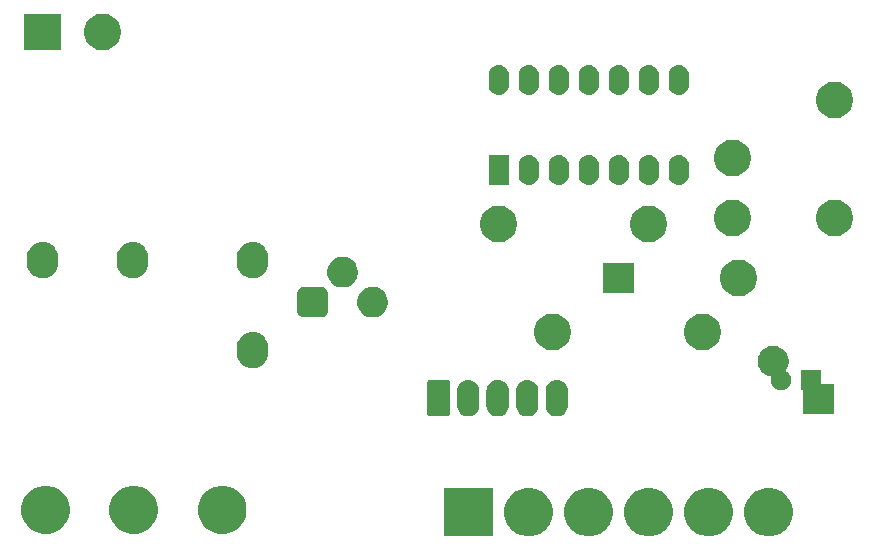
<source format=gbr>
G04 #@! TF.GenerationSoftware,KiCad,Pcbnew,5.1.5*
G04 #@! TF.CreationDate,2019-12-19T20:19:00+01:00*
G04 #@! TF.ProjectId,counter,636f756e-7465-4722-9e6b-696361645f70,rev?*
G04 #@! TF.SameCoordinates,Original*
G04 #@! TF.FileFunction,Soldermask,Top*
G04 #@! TF.FilePolarity,Negative*
%FSLAX46Y46*%
G04 Gerber Fmt 4.6, Leading zero omitted, Abs format (unit mm)*
G04 Created by KiCad (PCBNEW 5.1.5) date 2019-12-19 20:19:00*
%MOMM*%
%LPD*%
G04 APERTURE LIST*
%ADD10C,0.100000*%
G04 APERTURE END LIST*
D10*
G36*
X134202254Y-73211818D02*
G01*
X134575511Y-73366426D01*
X134575513Y-73366427D01*
X134636061Y-73406884D01*
X134911436Y-73590884D01*
X135197116Y-73876564D01*
X135421574Y-74212489D01*
X135576182Y-74585746D01*
X135655000Y-74981993D01*
X135655000Y-75386007D01*
X135576182Y-75782254D01*
X135497789Y-75971511D01*
X135421573Y-76155513D01*
X135197116Y-76491436D01*
X134911436Y-76777116D01*
X134575513Y-77001573D01*
X134575512Y-77001574D01*
X134575511Y-77001574D01*
X134202254Y-77156182D01*
X133806007Y-77235000D01*
X133401993Y-77235000D01*
X133005746Y-77156182D01*
X132632489Y-77001574D01*
X132632488Y-77001574D01*
X132632487Y-77001573D01*
X132296564Y-76777116D01*
X132010884Y-76491436D01*
X131786427Y-76155513D01*
X131710211Y-75971511D01*
X131631818Y-75782254D01*
X131553000Y-75386007D01*
X131553000Y-74981993D01*
X131631818Y-74585746D01*
X131786426Y-74212489D01*
X132010884Y-73876564D01*
X132296564Y-73590884D01*
X132571939Y-73406884D01*
X132632487Y-73366427D01*
X132632489Y-73366426D01*
X133005746Y-73211818D01*
X133401993Y-73133000D01*
X133806007Y-73133000D01*
X134202254Y-73211818D01*
G37*
G36*
X129122254Y-73211818D02*
G01*
X129495511Y-73366426D01*
X129495513Y-73366427D01*
X129556061Y-73406884D01*
X129831436Y-73590884D01*
X130117116Y-73876564D01*
X130341574Y-74212489D01*
X130496182Y-74585746D01*
X130575000Y-74981993D01*
X130575000Y-75386007D01*
X130496182Y-75782254D01*
X130417789Y-75971511D01*
X130341573Y-76155513D01*
X130117116Y-76491436D01*
X129831436Y-76777116D01*
X129495513Y-77001573D01*
X129495512Y-77001574D01*
X129495511Y-77001574D01*
X129122254Y-77156182D01*
X128726007Y-77235000D01*
X128321993Y-77235000D01*
X127925746Y-77156182D01*
X127552489Y-77001574D01*
X127552488Y-77001574D01*
X127552487Y-77001573D01*
X127216564Y-76777116D01*
X126930884Y-76491436D01*
X126706427Y-76155513D01*
X126630211Y-75971511D01*
X126551818Y-75782254D01*
X126473000Y-75386007D01*
X126473000Y-74981993D01*
X126551818Y-74585746D01*
X126706426Y-74212489D01*
X126930884Y-73876564D01*
X127216564Y-73590884D01*
X127491939Y-73406884D01*
X127552487Y-73366427D01*
X127552489Y-73366426D01*
X127925746Y-73211818D01*
X128321993Y-73133000D01*
X128726007Y-73133000D01*
X129122254Y-73211818D01*
G37*
G36*
X124042254Y-73211818D02*
G01*
X124415511Y-73366426D01*
X124415513Y-73366427D01*
X124476061Y-73406884D01*
X124751436Y-73590884D01*
X125037116Y-73876564D01*
X125261574Y-74212489D01*
X125416182Y-74585746D01*
X125495000Y-74981993D01*
X125495000Y-75386007D01*
X125416182Y-75782254D01*
X125337789Y-75971511D01*
X125261573Y-76155513D01*
X125037116Y-76491436D01*
X124751436Y-76777116D01*
X124415513Y-77001573D01*
X124415512Y-77001574D01*
X124415511Y-77001574D01*
X124042254Y-77156182D01*
X123646007Y-77235000D01*
X123241993Y-77235000D01*
X122845746Y-77156182D01*
X122472489Y-77001574D01*
X122472488Y-77001574D01*
X122472487Y-77001573D01*
X122136564Y-76777116D01*
X121850884Y-76491436D01*
X121626427Y-76155513D01*
X121550211Y-75971511D01*
X121471818Y-75782254D01*
X121393000Y-75386007D01*
X121393000Y-74981993D01*
X121471818Y-74585746D01*
X121626426Y-74212489D01*
X121850884Y-73876564D01*
X122136564Y-73590884D01*
X122411939Y-73406884D01*
X122472487Y-73366427D01*
X122472489Y-73366426D01*
X122845746Y-73211818D01*
X123241993Y-73133000D01*
X123646007Y-73133000D01*
X124042254Y-73211818D01*
G37*
G36*
X120415000Y-77235000D02*
G01*
X116313000Y-77235000D01*
X116313000Y-73133000D01*
X120415000Y-73133000D01*
X120415000Y-77235000D01*
G37*
G36*
X144362254Y-73211818D02*
G01*
X144735511Y-73366426D01*
X144735513Y-73366427D01*
X144796061Y-73406884D01*
X145071436Y-73590884D01*
X145357116Y-73876564D01*
X145581574Y-74212489D01*
X145736182Y-74585746D01*
X145815000Y-74981993D01*
X145815000Y-75386007D01*
X145736182Y-75782254D01*
X145657789Y-75971511D01*
X145581573Y-76155513D01*
X145357116Y-76491436D01*
X145071436Y-76777116D01*
X144735513Y-77001573D01*
X144735512Y-77001574D01*
X144735511Y-77001574D01*
X144362254Y-77156182D01*
X143966007Y-77235000D01*
X143561993Y-77235000D01*
X143165746Y-77156182D01*
X142792489Y-77001574D01*
X142792488Y-77001574D01*
X142792487Y-77001573D01*
X142456564Y-76777116D01*
X142170884Y-76491436D01*
X141946427Y-76155513D01*
X141870211Y-75971511D01*
X141791818Y-75782254D01*
X141713000Y-75386007D01*
X141713000Y-74981993D01*
X141791818Y-74585746D01*
X141946426Y-74212489D01*
X142170884Y-73876564D01*
X142456564Y-73590884D01*
X142731939Y-73406884D01*
X142792487Y-73366427D01*
X142792489Y-73366426D01*
X143165746Y-73211818D01*
X143561993Y-73133000D01*
X143966007Y-73133000D01*
X144362254Y-73211818D01*
G37*
G36*
X139282254Y-73211818D02*
G01*
X139655511Y-73366426D01*
X139655513Y-73366427D01*
X139716061Y-73406884D01*
X139991436Y-73590884D01*
X140277116Y-73876564D01*
X140501574Y-74212489D01*
X140656182Y-74585746D01*
X140735000Y-74981993D01*
X140735000Y-75386007D01*
X140656182Y-75782254D01*
X140577789Y-75971511D01*
X140501573Y-76155513D01*
X140277116Y-76491436D01*
X139991436Y-76777116D01*
X139655513Y-77001573D01*
X139655512Y-77001574D01*
X139655511Y-77001574D01*
X139282254Y-77156182D01*
X138886007Y-77235000D01*
X138481993Y-77235000D01*
X138085746Y-77156182D01*
X137712489Y-77001574D01*
X137712488Y-77001574D01*
X137712487Y-77001573D01*
X137376564Y-76777116D01*
X137090884Y-76491436D01*
X136866427Y-76155513D01*
X136790211Y-75971511D01*
X136711818Y-75782254D01*
X136633000Y-75386007D01*
X136633000Y-74981993D01*
X136711818Y-74585746D01*
X136866426Y-74212489D01*
X137090884Y-73876564D01*
X137376564Y-73590884D01*
X137651939Y-73406884D01*
X137712487Y-73366427D01*
X137712489Y-73366426D01*
X138085746Y-73211818D01*
X138481993Y-73133000D01*
X138886007Y-73133000D01*
X139282254Y-73211818D01*
G37*
G36*
X83148254Y-73027818D02*
G01*
X83521511Y-73182426D01*
X83521513Y-73182427D01*
X83565501Y-73211819D01*
X83857436Y-73406884D01*
X84143116Y-73692564D01*
X84367574Y-74028489D01*
X84522182Y-74401746D01*
X84601000Y-74797993D01*
X84601000Y-75202007D01*
X84522182Y-75598254D01*
X84445966Y-75782255D01*
X84367573Y-75971513D01*
X84143116Y-76307436D01*
X83857436Y-76593116D01*
X83521513Y-76817573D01*
X83521512Y-76817574D01*
X83521511Y-76817574D01*
X83148254Y-76972182D01*
X82752007Y-77051000D01*
X82347993Y-77051000D01*
X81951746Y-76972182D01*
X81578489Y-76817574D01*
X81578488Y-76817574D01*
X81578487Y-76817573D01*
X81242564Y-76593116D01*
X80956884Y-76307436D01*
X80732427Y-75971513D01*
X80654034Y-75782255D01*
X80577818Y-75598254D01*
X80499000Y-75202007D01*
X80499000Y-74797993D01*
X80577818Y-74401746D01*
X80732426Y-74028489D01*
X80956884Y-73692564D01*
X81242564Y-73406884D01*
X81534499Y-73211819D01*
X81578487Y-73182427D01*
X81578489Y-73182426D01*
X81951746Y-73027818D01*
X82347993Y-72949000D01*
X82752007Y-72949000D01*
X83148254Y-73027818D01*
G37*
G36*
X90598254Y-73027818D02*
G01*
X90971511Y-73182426D01*
X90971513Y-73182427D01*
X91015501Y-73211819D01*
X91307436Y-73406884D01*
X91593116Y-73692564D01*
X91817574Y-74028489D01*
X91972182Y-74401746D01*
X92051000Y-74797993D01*
X92051000Y-75202007D01*
X91972182Y-75598254D01*
X91895966Y-75782255D01*
X91817573Y-75971513D01*
X91593116Y-76307436D01*
X91307436Y-76593116D01*
X90971513Y-76817573D01*
X90971512Y-76817574D01*
X90971511Y-76817574D01*
X90598254Y-76972182D01*
X90202007Y-77051000D01*
X89797993Y-77051000D01*
X89401746Y-76972182D01*
X89028489Y-76817574D01*
X89028488Y-76817574D01*
X89028487Y-76817573D01*
X88692564Y-76593116D01*
X88406884Y-76307436D01*
X88182427Y-75971513D01*
X88104034Y-75782255D01*
X88027818Y-75598254D01*
X87949000Y-75202007D01*
X87949000Y-74797993D01*
X88027818Y-74401746D01*
X88182426Y-74028489D01*
X88406884Y-73692564D01*
X88692564Y-73406884D01*
X88984499Y-73211819D01*
X89028487Y-73182427D01*
X89028489Y-73182426D01*
X89401746Y-73027818D01*
X89797993Y-72949000D01*
X90202007Y-72949000D01*
X90598254Y-73027818D01*
G37*
G36*
X98098254Y-73027818D02*
G01*
X98471511Y-73182426D01*
X98471513Y-73182427D01*
X98515501Y-73211819D01*
X98807436Y-73406884D01*
X99093116Y-73692564D01*
X99317574Y-74028489D01*
X99472182Y-74401746D01*
X99551000Y-74797993D01*
X99551000Y-75202007D01*
X99472182Y-75598254D01*
X99395966Y-75782255D01*
X99317573Y-75971513D01*
X99093116Y-76307436D01*
X98807436Y-76593116D01*
X98471513Y-76817573D01*
X98471512Y-76817574D01*
X98471511Y-76817574D01*
X98098254Y-76972182D01*
X97702007Y-77051000D01*
X97297993Y-77051000D01*
X96901746Y-76972182D01*
X96528489Y-76817574D01*
X96528488Y-76817574D01*
X96528487Y-76817573D01*
X96192564Y-76593116D01*
X95906884Y-76307436D01*
X95682427Y-75971513D01*
X95604034Y-75782255D01*
X95527818Y-75598254D01*
X95449000Y-75202007D01*
X95449000Y-74797993D01*
X95527818Y-74401746D01*
X95682426Y-74028489D01*
X95906884Y-73692564D01*
X96192564Y-73406884D01*
X96484499Y-73211819D01*
X96528487Y-73182427D01*
X96528489Y-73182426D01*
X96901746Y-73027818D01*
X97297993Y-72949000D01*
X97702007Y-72949000D01*
X98098254Y-73027818D01*
G37*
G36*
X121010424Y-63994760D02*
G01*
X121010427Y-63994761D01*
X121010428Y-63994761D01*
X121189692Y-64049140D01*
X121189695Y-64049142D01*
X121189696Y-64049142D01*
X121354903Y-64137446D01*
X121499712Y-64256288D01*
X121618554Y-64401097D01*
X121698400Y-64550480D01*
X121706860Y-64566307D01*
X121706860Y-64566308D01*
X121761240Y-64745575D01*
X121775000Y-64885282D01*
X121775000Y-66178718D01*
X121761240Y-66318425D01*
X121761239Y-66318428D01*
X121761239Y-66318429D01*
X121706860Y-66497693D01*
X121706858Y-66497696D01*
X121706858Y-66497697D01*
X121618554Y-66662903D01*
X121499712Y-66807712D01*
X121354903Y-66926554D01*
X121189697Y-67014858D01*
X121189693Y-67014860D01*
X121010429Y-67069239D01*
X121010428Y-67069239D01*
X121010425Y-67069240D01*
X120824000Y-67087601D01*
X120637576Y-67069240D01*
X120637573Y-67069239D01*
X120637572Y-67069239D01*
X120458308Y-67014860D01*
X120458304Y-67014858D01*
X120293098Y-66926554D01*
X120148289Y-66807712D01*
X120029447Y-66662903D01*
X119941140Y-66497692D01*
X119886760Y-66318430D01*
X119873000Y-66178718D01*
X119873000Y-64885283D01*
X119886760Y-64745576D01*
X119886761Y-64745572D01*
X119941140Y-64566308D01*
X119941143Y-64566303D01*
X120029446Y-64401097D01*
X120148288Y-64256288D01*
X120293097Y-64137446D01*
X120458303Y-64049142D01*
X120458304Y-64049142D01*
X120458307Y-64049140D01*
X120637571Y-63994761D01*
X120637572Y-63994761D01*
X120637575Y-63994760D01*
X120824000Y-63976399D01*
X121010424Y-63994760D01*
G37*
G36*
X123510424Y-63994760D02*
G01*
X123510427Y-63994761D01*
X123510428Y-63994761D01*
X123689692Y-64049140D01*
X123689695Y-64049142D01*
X123689696Y-64049142D01*
X123854903Y-64137446D01*
X123999712Y-64256288D01*
X124118554Y-64401097D01*
X124198400Y-64550480D01*
X124206860Y-64566307D01*
X124206860Y-64566308D01*
X124261240Y-64745575D01*
X124275000Y-64885282D01*
X124275000Y-66178718D01*
X124261240Y-66318425D01*
X124261239Y-66318428D01*
X124261239Y-66318429D01*
X124206860Y-66497693D01*
X124206858Y-66497696D01*
X124206858Y-66497697D01*
X124118554Y-66662903D01*
X123999712Y-66807712D01*
X123854903Y-66926554D01*
X123689697Y-67014858D01*
X123689693Y-67014860D01*
X123510429Y-67069239D01*
X123510428Y-67069239D01*
X123510425Y-67069240D01*
X123324000Y-67087601D01*
X123137576Y-67069240D01*
X123137573Y-67069239D01*
X123137572Y-67069239D01*
X122958308Y-67014860D01*
X122958304Y-67014858D01*
X122793098Y-66926554D01*
X122648289Y-66807712D01*
X122529447Y-66662903D01*
X122441140Y-66497692D01*
X122386760Y-66318430D01*
X122373000Y-66178718D01*
X122373000Y-64885283D01*
X122386760Y-64745576D01*
X122386761Y-64745572D01*
X122441140Y-64566308D01*
X122441143Y-64566303D01*
X122529446Y-64401097D01*
X122648288Y-64256288D01*
X122793097Y-64137446D01*
X122958303Y-64049142D01*
X122958304Y-64049142D01*
X122958307Y-64049140D01*
X123137571Y-63994761D01*
X123137572Y-63994761D01*
X123137575Y-63994760D01*
X123324000Y-63976399D01*
X123510424Y-63994760D01*
G37*
G36*
X126010424Y-63994760D02*
G01*
X126010427Y-63994761D01*
X126010428Y-63994761D01*
X126189692Y-64049140D01*
X126189695Y-64049142D01*
X126189696Y-64049142D01*
X126354903Y-64137446D01*
X126499712Y-64256288D01*
X126618554Y-64401097D01*
X126698400Y-64550480D01*
X126706860Y-64566307D01*
X126706860Y-64566308D01*
X126761240Y-64745575D01*
X126775000Y-64885282D01*
X126775000Y-66178718D01*
X126761240Y-66318425D01*
X126761239Y-66318428D01*
X126761239Y-66318429D01*
X126706860Y-66497693D01*
X126706858Y-66497696D01*
X126706858Y-66497697D01*
X126618554Y-66662903D01*
X126499712Y-66807712D01*
X126354903Y-66926554D01*
X126189697Y-67014858D01*
X126189693Y-67014860D01*
X126010429Y-67069239D01*
X126010428Y-67069239D01*
X126010425Y-67069240D01*
X125824000Y-67087601D01*
X125637576Y-67069240D01*
X125637573Y-67069239D01*
X125637572Y-67069239D01*
X125458308Y-67014860D01*
X125458304Y-67014858D01*
X125293098Y-66926554D01*
X125148289Y-66807712D01*
X125029447Y-66662903D01*
X124941140Y-66497692D01*
X124886760Y-66318430D01*
X124873000Y-66178718D01*
X124873000Y-64885283D01*
X124886760Y-64745576D01*
X124886761Y-64745572D01*
X124941140Y-64566308D01*
X124941143Y-64566303D01*
X125029446Y-64401097D01*
X125148288Y-64256288D01*
X125293097Y-64137446D01*
X125458303Y-64049142D01*
X125458304Y-64049142D01*
X125458307Y-64049140D01*
X125637571Y-63994761D01*
X125637572Y-63994761D01*
X125637575Y-63994760D01*
X125824000Y-63976399D01*
X126010424Y-63994760D01*
G37*
G36*
X118510424Y-63994760D02*
G01*
X118510427Y-63994761D01*
X118510428Y-63994761D01*
X118689692Y-64049140D01*
X118689695Y-64049142D01*
X118689696Y-64049142D01*
X118854903Y-64137446D01*
X118999712Y-64256288D01*
X119118554Y-64401097D01*
X119198400Y-64550480D01*
X119206860Y-64566307D01*
X119206860Y-64566308D01*
X119261240Y-64745575D01*
X119275000Y-64885282D01*
X119275000Y-66178718D01*
X119261240Y-66318425D01*
X119261239Y-66318428D01*
X119261239Y-66318429D01*
X119206860Y-66497693D01*
X119206858Y-66497696D01*
X119206858Y-66497697D01*
X119118554Y-66662903D01*
X118999712Y-66807712D01*
X118854903Y-66926554D01*
X118689697Y-67014858D01*
X118689693Y-67014860D01*
X118510429Y-67069239D01*
X118510428Y-67069239D01*
X118510425Y-67069240D01*
X118324000Y-67087601D01*
X118137576Y-67069240D01*
X118137573Y-67069239D01*
X118137572Y-67069239D01*
X117958308Y-67014860D01*
X117958304Y-67014858D01*
X117793098Y-66926554D01*
X117648289Y-66807712D01*
X117529447Y-66662903D01*
X117441140Y-66497692D01*
X117386760Y-66318430D01*
X117373000Y-66178718D01*
X117373000Y-64885283D01*
X117386760Y-64745576D01*
X117386761Y-64745572D01*
X117441140Y-64566308D01*
X117441143Y-64566303D01*
X117529446Y-64401097D01*
X117648288Y-64256288D01*
X117793097Y-64137446D01*
X117958303Y-64049142D01*
X117958304Y-64049142D01*
X117958307Y-64049140D01*
X118137571Y-63994761D01*
X118137572Y-63994761D01*
X118137575Y-63994760D01*
X118324000Y-63976399D01*
X118510424Y-63994760D01*
G37*
G36*
X116620868Y-63985269D02*
G01*
X116656647Y-63996123D01*
X116689626Y-64013751D01*
X116718529Y-64037471D01*
X116742249Y-64066374D01*
X116759877Y-64099353D01*
X116770731Y-64135132D01*
X116775000Y-64178482D01*
X116775000Y-66885518D01*
X116770731Y-66928868D01*
X116759877Y-66964647D01*
X116742249Y-66997626D01*
X116718529Y-67026529D01*
X116689626Y-67050249D01*
X116656647Y-67067877D01*
X116620868Y-67078731D01*
X116577518Y-67083000D01*
X115070482Y-67083000D01*
X115027132Y-67078731D01*
X114991353Y-67067877D01*
X114958374Y-67050249D01*
X114929471Y-67026529D01*
X114905751Y-66997626D01*
X114888123Y-66964647D01*
X114877269Y-66928868D01*
X114873000Y-66885518D01*
X114873000Y-64178482D01*
X114877269Y-64135132D01*
X114888123Y-64099353D01*
X114905751Y-64066374D01*
X114929471Y-64037471D01*
X114958374Y-64013751D01*
X114991353Y-63996123D01*
X115027132Y-63985269D01*
X115070482Y-63981000D01*
X116577518Y-63981000D01*
X116620868Y-63985269D01*
G37*
G36*
X148171000Y-64182001D02*
G01*
X148173402Y-64206387D01*
X148180515Y-64229836D01*
X148192066Y-64251447D01*
X148207611Y-64270389D01*
X148226553Y-64285934D01*
X148248164Y-64297485D01*
X148271613Y-64304598D01*
X148295999Y-64307000D01*
X149291937Y-64307000D01*
X149291937Y-66909000D01*
X146689937Y-66909000D01*
X146689937Y-64983999D01*
X146687535Y-64959613D01*
X146680422Y-64936164D01*
X146668871Y-64914553D01*
X146653326Y-64895611D01*
X146634384Y-64880066D01*
X146612773Y-64868515D01*
X146589324Y-64861402D01*
X146564938Y-64859000D01*
X146469000Y-64859000D01*
X146469000Y-63157000D01*
X148171000Y-63157000D01*
X148171000Y-64182001D01*
G37*
G36*
X144528550Y-61156996D02*
G01*
X144765316Y-61255068D01*
X144765318Y-61255069D01*
X144978402Y-61397447D01*
X145159616Y-61578661D01*
X145295420Y-61781906D01*
X145301995Y-61791747D01*
X145400067Y-62028513D01*
X145450063Y-62279861D01*
X145450063Y-62536139D01*
X145400067Y-62787487D01*
X145301994Y-63024256D01*
X145241028Y-63115499D01*
X145229477Y-63137110D01*
X145222364Y-63160559D01*
X145219962Y-63184945D01*
X145222364Y-63209331D01*
X145229477Y-63232780D01*
X145241028Y-63254390D01*
X145256574Y-63273332D01*
X145275507Y-63288871D01*
X145362481Y-63346985D01*
X145481015Y-63465519D01*
X145574147Y-63604900D01*
X145638297Y-63759772D01*
X145671000Y-63924184D01*
X145671000Y-64091816D01*
X145638297Y-64256228D01*
X145574147Y-64411100D01*
X145481015Y-64550481D01*
X145362481Y-64669015D01*
X145223100Y-64762147D01*
X145068228Y-64826297D01*
X144903816Y-64859000D01*
X144736184Y-64859000D01*
X144571772Y-64826297D01*
X144416900Y-64762147D01*
X144277519Y-64669015D01*
X144158985Y-64550481D01*
X144065853Y-64411100D01*
X144001703Y-64256228D01*
X143969000Y-64091816D01*
X143969000Y-63924184D01*
X143987765Y-63829847D01*
X143990166Y-63805466D01*
X143987764Y-63781080D01*
X143980651Y-63757631D01*
X143969100Y-63736021D01*
X143953555Y-63717079D01*
X143934613Y-63701533D01*
X143913002Y-63689982D01*
X143889553Y-63682869D01*
X143769576Y-63659004D01*
X143532810Y-63560932D01*
X143532809Y-63560932D01*
X143532808Y-63560931D01*
X143319724Y-63418553D01*
X143138510Y-63237339D01*
X142996132Y-63024255D01*
X142955343Y-62925782D01*
X142898059Y-62787487D01*
X142848063Y-62536139D01*
X142848063Y-62279861D01*
X142898059Y-62028513D01*
X142996131Y-61791747D01*
X143002707Y-61781906D01*
X143138510Y-61578661D01*
X143319724Y-61397447D01*
X143532808Y-61255069D01*
X143532810Y-61255068D01*
X143769576Y-61156996D01*
X144020924Y-61107000D01*
X144277202Y-61107000D01*
X144528550Y-61156996D01*
G37*
G36*
X100331040Y-59935825D02*
G01*
X100576280Y-60010218D01*
X100802294Y-60131025D01*
X100853899Y-60173376D01*
X101000397Y-60293603D01*
X101120624Y-60440101D01*
X101162975Y-60491706D01*
X101283782Y-60717721D01*
X101358175Y-60962961D01*
X101358175Y-60962962D01*
X101376473Y-61148740D01*
X101377000Y-61154096D01*
X101377000Y-61781905D01*
X101358175Y-61973040D01*
X101283782Y-62218280D01*
X101162975Y-62444294D01*
X101000396Y-62642396D01*
X100802293Y-62804975D01*
X100576279Y-62925782D01*
X100331039Y-63000175D01*
X100076000Y-63025294D01*
X99820960Y-63000175D01*
X99575720Y-62925782D01*
X99575718Y-62925781D01*
X99349707Y-62804976D01*
X99151604Y-62642396D01*
X99064401Y-62536139D01*
X98989025Y-62444293D01*
X98868218Y-62218279D01*
X98793825Y-61973039D01*
X98775000Y-61781904D01*
X98775000Y-61154095D01*
X98793825Y-60962960D01*
X98868218Y-60717720D01*
X98868219Y-60717718D01*
X98989024Y-60491707D01*
X99151604Y-60293604D01*
X99262805Y-60202344D01*
X99349707Y-60131025D01*
X99575721Y-60010218D01*
X99820961Y-59935825D01*
X100076000Y-59910706D01*
X100331040Y-59935825D01*
G37*
G36*
X125743876Y-58415898D02*
G01*
X125928410Y-58452604D01*
X126210674Y-58569521D01*
X126464705Y-58739259D01*
X126680741Y-58955295D01*
X126850479Y-59209326D01*
X126967396Y-59491590D01*
X126967396Y-59491591D01*
X127027000Y-59791239D01*
X127027000Y-60096761D01*
X127020184Y-60131025D01*
X126967396Y-60396410D01*
X126850479Y-60678674D01*
X126680741Y-60932705D01*
X126464705Y-61148741D01*
X126210674Y-61318479D01*
X125928410Y-61435396D01*
X125778585Y-61465198D01*
X125628761Y-61495000D01*
X125323239Y-61495000D01*
X125173415Y-61465198D01*
X125023590Y-61435396D01*
X124741326Y-61318479D01*
X124487295Y-61148741D01*
X124271259Y-60932705D01*
X124101521Y-60678674D01*
X123984604Y-60396410D01*
X123931816Y-60131025D01*
X123925000Y-60096761D01*
X123925000Y-59791239D01*
X123984604Y-59491591D01*
X123984604Y-59491590D01*
X124101521Y-59209326D01*
X124271259Y-58955295D01*
X124487295Y-58739259D01*
X124741326Y-58569521D01*
X125023590Y-58452604D01*
X125208124Y-58415898D01*
X125323239Y-58393000D01*
X125628761Y-58393000D01*
X125743876Y-58415898D01*
G37*
G36*
X138443876Y-58415898D02*
G01*
X138628410Y-58452604D01*
X138910674Y-58569521D01*
X139164705Y-58739259D01*
X139380741Y-58955295D01*
X139550479Y-59209326D01*
X139667396Y-59491590D01*
X139667396Y-59491591D01*
X139727000Y-59791239D01*
X139727000Y-60096761D01*
X139720184Y-60131025D01*
X139667396Y-60396410D01*
X139550479Y-60678674D01*
X139380741Y-60932705D01*
X139164705Y-61148741D01*
X138910674Y-61318479D01*
X138628410Y-61435396D01*
X138478585Y-61465198D01*
X138328761Y-61495000D01*
X138023239Y-61495000D01*
X137873415Y-61465198D01*
X137723590Y-61435396D01*
X137441326Y-61318479D01*
X137187295Y-61148741D01*
X136971259Y-60932705D01*
X136801521Y-60678674D01*
X136684604Y-60396410D01*
X136631816Y-60131025D01*
X136625000Y-60096761D01*
X136625000Y-59791239D01*
X136684604Y-59491591D01*
X136684604Y-59491590D01*
X136801521Y-59209326D01*
X136971259Y-58955295D01*
X137187295Y-58739259D01*
X137441326Y-58569521D01*
X137723590Y-58452604D01*
X137908124Y-58415898D01*
X138023239Y-58393000D01*
X138328761Y-58393000D01*
X138443876Y-58415898D01*
G37*
G36*
X110615487Y-56152996D02*
G01*
X110735236Y-56202598D01*
X110852255Y-56251069D01*
X111016337Y-56360705D01*
X111065339Y-56393447D01*
X111246553Y-56574661D01*
X111388932Y-56787747D01*
X111487004Y-57024513D01*
X111537000Y-57275861D01*
X111537000Y-57532139D01*
X111487004Y-57783487D01*
X111388932Y-58020253D01*
X111388931Y-58020255D01*
X111246553Y-58233339D01*
X111065339Y-58414553D01*
X110852255Y-58556931D01*
X110852254Y-58556932D01*
X110852253Y-58556932D01*
X110615487Y-58655004D01*
X110364139Y-58705000D01*
X110107861Y-58705000D01*
X109856513Y-58655004D01*
X109619747Y-58556932D01*
X109619746Y-58556932D01*
X109619745Y-58556931D01*
X109406661Y-58414553D01*
X109225447Y-58233339D01*
X109083069Y-58020255D01*
X109083068Y-58020253D01*
X108984996Y-57783487D01*
X108935000Y-57532139D01*
X108935000Y-57275861D01*
X108984996Y-57024513D01*
X109083068Y-56787747D01*
X109225447Y-56574661D01*
X109406661Y-56393447D01*
X109455663Y-56360705D01*
X109619745Y-56251069D01*
X109736764Y-56202598D01*
X109856513Y-56152996D01*
X110107861Y-56103000D01*
X110364139Y-56103000D01*
X110615487Y-56152996D01*
G37*
G36*
X105983593Y-56114891D02*
G01*
X106093789Y-56148319D01*
X106195338Y-56202598D01*
X106284351Y-56275649D01*
X106357402Y-56364662D01*
X106411681Y-56466211D01*
X106445109Y-56576407D01*
X106457000Y-56697140D01*
X106457000Y-58110860D01*
X106445109Y-58231593D01*
X106411681Y-58341789D01*
X106357402Y-58443338D01*
X106284351Y-58532351D01*
X106195338Y-58605402D01*
X106093789Y-58659681D01*
X105983593Y-58693109D01*
X105862860Y-58705000D01*
X104449140Y-58705000D01*
X104328407Y-58693109D01*
X104218211Y-58659681D01*
X104116662Y-58605402D01*
X104027649Y-58532351D01*
X103954598Y-58443338D01*
X103900319Y-58341789D01*
X103866891Y-58231593D01*
X103855000Y-58110860D01*
X103855000Y-56697140D01*
X103866891Y-56576407D01*
X103900319Y-56466211D01*
X103954598Y-56364662D01*
X104027649Y-56275649D01*
X104116662Y-56202598D01*
X104218211Y-56148319D01*
X104328407Y-56114891D01*
X104449140Y-56103000D01*
X105862860Y-56103000D01*
X105983593Y-56114891D01*
G37*
G36*
X141526585Y-53850802D02*
G01*
X141676410Y-53880604D01*
X141958674Y-53997521D01*
X142212705Y-54167259D01*
X142428741Y-54383295D01*
X142598479Y-54637326D01*
X142675923Y-54824294D01*
X142715396Y-54919591D01*
X142768185Y-55184976D01*
X142775000Y-55219240D01*
X142775000Y-55524760D01*
X142715396Y-55824410D01*
X142598479Y-56106674D01*
X142428741Y-56360705D01*
X142212705Y-56576741D01*
X141958674Y-56746479D01*
X141676410Y-56863396D01*
X141526585Y-56893198D01*
X141376761Y-56923000D01*
X141071239Y-56923000D01*
X140921415Y-56893198D01*
X140771590Y-56863396D01*
X140489326Y-56746479D01*
X140235295Y-56576741D01*
X140019259Y-56360705D01*
X139849521Y-56106674D01*
X139732604Y-55824410D01*
X139673000Y-55524760D01*
X139673000Y-55219240D01*
X139679816Y-55184976D01*
X139732604Y-54919591D01*
X139772077Y-54824294D01*
X139849521Y-54637326D01*
X140019259Y-54383295D01*
X140235295Y-54167259D01*
X140489326Y-53997521D01*
X140771590Y-53880604D01*
X140921415Y-53850802D01*
X141071239Y-53821000D01*
X141376761Y-53821000D01*
X141526585Y-53850802D01*
G37*
G36*
X132365000Y-56673000D02*
G01*
X129763000Y-56673000D01*
X129763000Y-54071000D01*
X132365000Y-54071000D01*
X132365000Y-56673000D01*
G37*
G36*
X108075487Y-53612996D02*
G01*
X108312253Y-53711068D01*
X108312255Y-53711069D01*
X108525339Y-53853447D01*
X108706553Y-54034661D01*
X108795153Y-54167260D01*
X108848932Y-54247747D01*
X108947004Y-54484513D01*
X108997000Y-54735861D01*
X108997000Y-54992139D01*
X108947004Y-55243487D01*
X108879981Y-55405294D01*
X108848931Y-55480255D01*
X108706553Y-55693339D01*
X108525339Y-55874553D01*
X108312255Y-56016931D01*
X108312254Y-56016932D01*
X108312253Y-56016932D01*
X108075487Y-56115004D01*
X107824139Y-56165000D01*
X107567861Y-56165000D01*
X107316513Y-56115004D01*
X107079747Y-56016932D01*
X107079746Y-56016932D01*
X107079745Y-56016931D01*
X106866661Y-55874553D01*
X106685447Y-55693339D01*
X106543069Y-55480255D01*
X106512019Y-55405294D01*
X106444996Y-55243487D01*
X106395000Y-54992139D01*
X106395000Y-54735861D01*
X106444996Y-54484513D01*
X106543068Y-54247747D01*
X106596848Y-54167260D01*
X106685447Y-54034661D01*
X106866661Y-53853447D01*
X107079745Y-53711069D01*
X107079747Y-53711068D01*
X107316513Y-53612996D01*
X107567861Y-53563000D01*
X107824139Y-53563000D01*
X108075487Y-53612996D01*
G37*
G36*
X82551040Y-52315825D02*
G01*
X82796280Y-52390218D01*
X83022294Y-52511025D01*
X83073899Y-52553376D01*
X83220397Y-52673603D01*
X83340624Y-52820101D01*
X83382975Y-52871706D01*
X83503782Y-53097721D01*
X83578175Y-53342961D01*
X83578175Y-53342962D01*
X83597000Y-53534095D01*
X83597000Y-54161906D01*
X83578175Y-54353039D01*
X83503781Y-54598282D01*
X83430243Y-54735863D01*
X83382975Y-54824294D01*
X83220396Y-55022396D01*
X83022293Y-55184975D01*
X82796279Y-55305782D01*
X82551039Y-55380175D01*
X82296000Y-55405294D01*
X82040960Y-55380175D01*
X81795720Y-55305782D01*
X81633809Y-55219239D01*
X81569707Y-55184976D01*
X81371604Y-55022396D01*
X81287234Y-54919591D01*
X81209025Y-54824293D01*
X81088218Y-54598279D01*
X81013825Y-54353039D01*
X81003455Y-54247745D01*
X80995000Y-54161905D01*
X80995000Y-53534094D01*
X81013825Y-53342961D01*
X81088219Y-53097718D01*
X81209024Y-52871707D01*
X81371604Y-52673604D01*
X81482805Y-52582344D01*
X81569707Y-52511025D01*
X81795721Y-52390218D01*
X82040961Y-52315825D01*
X82296000Y-52290706D01*
X82551040Y-52315825D01*
G37*
G36*
X100331040Y-52315825D02*
G01*
X100576280Y-52390218D01*
X100802294Y-52511025D01*
X100853899Y-52553376D01*
X101000397Y-52673603D01*
X101120624Y-52820101D01*
X101162975Y-52871706D01*
X101283782Y-53097721D01*
X101358175Y-53342961D01*
X101358175Y-53342962D01*
X101377000Y-53534095D01*
X101377000Y-54161906D01*
X101358175Y-54353039D01*
X101283781Y-54598282D01*
X101210243Y-54735863D01*
X101162975Y-54824294D01*
X101000396Y-55022396D01*
X100802293Y-55184975D01*
X100576279Y-55305782D01*
X100331039Y-55380175D01*
X100076000Y-55405294D01*
X99820960Y-55380175D01*
X99575720Y-55305782D01*
X99413809Y-55219239D01*
X99349707Y-55184976D01*
X99151604Y-55022396D01*
X99067234Y-54919591D01*
X98989025Y-54824293D01*
X98868218Y-54598279D01*
X98793825Y-54353039D01*
X98783455Y-54247745D01*
X98775000Y-54161905D01*
X98775000Y-53534094D01*
X98793825Y-53342961D01*
X98868219Y-53097718D01*
X98989024Y-52871707D01*
X99151604Y-52673604D01*
X99262805Y-52582344D01*
X99349707Y-52511025D01*
X99575721Y-52390218D01*
X99820961Y-52315825D01*
X100076000Y-52290706D01*
X100331040Y-52315825D01*
G37*
G36*
X90171040Y-52315825D02*
G01*
X90416280Y-52390218D01*
X90642294Y-52511025D01*
X90693899Y-52553376D01*
X90840397Y-52673603D01*
X90960624Y-52820101D01*
X91002975Y-52871706D01*
X91123782Y-53097721D01*
X91198175Y-53342961D01*
X91198175Y-53342962D01*
X91217000Y-53534095D01*
X91217000Y-54161906D01*
X91198175Y-54353039D01*
X91123781Y-54598282D01*
X91050243Y-54735863D01*
X91002975Y-54824294D01*
X90840396Y-55022396D01*
X90642293Y-55184975D01*
X90416279Y-55305782D01*
X90171039Y-55380175D01*
X89916000Y-55405294D01*
X89660960Y-55380175D01*
X89415720Y-55305782D01*
X89253809Y-55219239D01*
X89189707Y-55184976D01*
X88991604Y-55022396D01*
X88907234Y-54919591D01*
X88829025Y-54824293D01*
X88708218Y-54598279D01*
X88633825Y-54353039D01*
X88623455Y-54247745D01*
X88615000Y-54161905D01*
X88615000Y-53534094D01*
X88633825Y-53342961D01*
X88708219Y-53097718D01*
X88829024Y-52871707D01*
X88991604Y-52673604D01*
X89102805Y-52582344D01*
X89189707Y-52511025D01*
X89415721Y-52390218D01*
X89660961Y-52315825D01*
X89916000Y-52290706D01*
X90171040Y-52315825D01*
G37*
G36*
X121206585Y-49278802D02*
G01*
X121356410Y-49308604D01*
X121638674Y-49425521D01*
X121892705Y-49595259D01*
X122108741Y-49811295D01*
X122278479Y-50065326D01*
X122395396Y-50347590D01*
X122455000Y-50647240D01*
X122455000Y-50952760D01*
X122395396Y-51252410D01*
X122278479Y-51534674D01*
X122108741Y-51788705D01*
X121892705Y-52004741D01*
X121638674Y-52174479D01*
X121356410Y-52291396D01*
X121233597Y-52315825D01*
X121056761Y-52351000D01*
X120751239Y-52351000D01*
X120574403Y-52315825D01*
X120451590Y-52291396D01*
X120169326Y-52174479D01*
X119915295Y-52004741D01*
X119699259Y-51788705D01*
X119529521Y-51534674D01*
X119412604Y-51252410D01*
X119353000Y-50952760D01*
X119353000Y-50647240D01*
X119412604Y-50347590D01*
X119529521Y-50065326D01*
X119699259Y-49811295D01*
X119915295Y-49595259D01*
X120169326Y-49425521D01*
X120451590Y-49308604D01*
X120601415Y-49278802D01*
X120751239Y-49249000D01*
X121056761Y-49249000D01*
X121206585Y-49278802D01*
G37*
G36*
X133906585Y-49278802D02*
G01*
X134056410Y-49308604D01*
X134338674Y-49425521D01*
X134592705Y-49595259D01*
X134808741Y-49811295D01*
X134978479Y-50065326D01*
X135095396Y-50347590D01*
X135155000Y-50647240D01*
X135155000Y-50952760D01*
X135095396Y-51252410D01*
X134978479Y-51534674D01*
X134808741Y-51788705D01*
X134592705Y-52004741D01*
X134338674Y-52174479D01*
X134056410Y-52291396D01*
X133933597Y-52315825D01*
X133756761Y-52351000D01*
X133451239Y-52351000D01*
X133274403Y-52315825D01*
X133151590Y-52291396D01*
X132869326Y-52174479D01*
X132615295Y-52004741D01*
X132399259Y-51788705D01*
X132229521Y-51534674D01*
X132112604Y-51252410D01*
X132053000Y-50952760D01*
X132053000Y-50647240D01*
X132112604Y-50347590D01*
X132229521Y-50065326D01*
X132399259Y-49811295D01*
X132615295Y-49595259D01*
X132869326Y-49425521D01*
X133151590Y-49308604D01*
X133301415Y-49278802D01*
X133451239Y-49249000D01*
X133756761Y-49249000D01*
X133906585Y-49278802D01*
G37*
G36*
X149654585Y-48770802D02*
G01*
X149804410Y-48800604D01*
X150086674Y-48917521D01*
X150340705Y-49087259D01*
X150556741Y-49303295D01*
X150726479Y-49557326D01*
X150843396Y-49839590D01*
X150903000Y-50139240D01*
X150903000Y-50444760D01*
X150843396Y-50744410D01*
X150726479Y-51026674D01*
X150556741Y-51280705D01*
X150340705Y-51496741D01*
X150086674Y-51666479D01*
X149804410Y-51783396D01*
X149654585Y-51813198D01*
X149504761Y-51843000D01*
X149199239Y-51843000D01*
X149049415Y-51813198D01*
X148899590Y-51783396D01*
X148617326Y-51666479D01*
X148363295Y-51496741D01*
X148147259Y-51280705D01*
X147977521Y-51026674D01*
X147860604Y-50744410D01*
X147801000Y-50444760D01*
X147801000Y-50139240D01*
X147860604Y-49839590D01*
X147977521Y-49557326D01*
X148147259Y-49303295D01*
X148363295Y-49087259D01*
X148617326Y-48917521D01*
X148899590Y-48800604D01*
X149049415Y-48770802D01*
X149199239Y-48741000D01*
X149504761Y-48741000D01*
X149654585Y-48770802D01*
G37*
G36*
X141018585Y-48770802D02*
G01*
X141168410Y-48800604D01*
X141450674Y-48917521D01*
X141704705Y-49087259D01*
X141920741Y-49303295D01*
X142090479Y-49557326D01*
X142207396Y-49839590D01*
X142267000Y-50139240D01*
X142267000Y-50444760D01*
X142207396Y-50744410D01*
X142090479Y-51026674D01*
X141920741Y-51280705D01*
X141704705Y-51496741D01*
X141450674Y-51666479D01*
X141168410Y-51783396D01*
X141018585Y-51813198D01*
X140868761Y-51843000D01*
X140563239Y-51843000D01*
X140413415Y-51813198D01*
X140263590Y-51783396D01*
X139981326Y-51666479D01*
X139727295Y-51496741D01*
X139511259Y-51280705D01*
X139341521Y-51026674D01*
X139224604Y-50744410D01*
X139165000Y-50444760D01*
X139165000Y-50139240D01*
X139224604Y-49839590D01*
X139341521Y-49557326D01*
X139511259Y-49303295D01*
X139727295Y-49087259D01*
X139981326Y-48917521D01*
X140263590Y-48800604D01*
X140413415Y-48770802D01*
X140563239Y-48741000D01*
X140868761Y-48741000D01*
X141018585Y-48770802D01*
G37*
G36*
X136310822Y-44989313D02*
G01*
X136471241Y-45037976D01*
X136619077Y-45116995D01*
X136748659Y-45223341D01*
X136855004Y-45352922D01*
X136855005Y-45352924D01*
X136934024Y-45500758D01*
X136982687Y-45661177D01*
X136995000Y-45786196D01*
X136995000Y-46669803D01*
X136982687Y-46794822D01*
X136934024Y-46955242D01*
X136863114Y-47087906D01*
X136855004Y-47103078D01*
X136748659Y-47232659D01*
X136619078Y-47339004D01*
X136619076Y-47339005D01*
X136471242Y-47418024D01*
X136310823Y-47466687D01*
X136144000Y-47483117D01*
X135977178Y-47466687D01*
X135816759Y-47418024D01*
X135668925Y-47339005D01*
X135668923Y-47339004D01*
X135539342Y-47232659D01*
X135432997Y-47103078D01*
X135424887Y-47087906D01*
X135353977Y-46955242D01*
X135305314Y-46794823D01*
X135293000Y-46669803D01*
X135293000Y-45786197D01*
X135305313Y-45661178D01*
X135353976Y-45500759D01*
X135432995Y-45352923D01*
X135539341Y-45223341D01*
X135668922Y-45116996D01*
X135684094Y-45108886D01*
X135816758Y-45037976D01*
X135977177Y-44989313D01*
X136144000Y-44972883D01*
X136310822Y-44989313D01*
G37*
G36*
X126150822Y-44989313D02*
G01*
X126311241Y-45037976D01*
X126459077Y-45116995D01*
X126588659Y-45223341D01*
X126695004Y-45352922D01*
X126695005Y-45352924D01*
X126774024Y-45500758D01*
X126822687Y-45661177D01*
X126835000Y-45786196D01*
X126835000Y-46669803D01*
X126822687Y-46794822D01*
X126774024Y-46955242D01*
X126703114Y-47087906D01*
X126695004Y-47103078D01*
X126588659Y-47232659D01*
X126459078Y-47339004D01*
X126459076Y-47339005D01*
X126311242Y-47418024D01*
X126150823Y-47466687D01*
X125984000Y-47483117D01*
X125817178Y-47466687D01*
X125656759Y-47418024D01*
X125508925Y-47339005D01*
X125508923Y-47339004D01*
X125379342Y-47232659D01*
X125272997Y-47103078D01*
X125264887Y-47087906D01*
X125193977Y-46955242D01*
X125145314Y-46794823D01*
X125133000Y-46669803D01*
X125133000Y-45786197D01*
X125145313Y-45661178D01*
X125193976Y-45500759D01*
X125272995Y-45352923D01*
X125379341Y-45223341D01*
X125508922Y-45116996D01*
X125524094Y-45108886D01*
X125656758Y-45037976D01*
X125817177Y-44989313D01*
X125984000Y-44972883D01*
X126150822Y-44989313D01*
G37*
G36*
X128690822Y-44989313D02*
G01*
X128851241Y-45037976D01*
X128999077Y-45116995D01*
X129128659Y-45223341D01*
X129235004Y-45352922D01*
X129235005Y-45352924D01*
X129314024Y-45500758D01*
X129362687Y-45661177D01*
X129375000Y-45786196D01*
X129375000Y-46669803D01*
X129362687Y-46794822D01*
X129314024Y-46955242D01*
X129243114Y-47087906D01*
X129235004Y-47103078D01*
X129128659Y-47232659D01*
X128999078Y-47339004D01*
X128999076Y-47339005D01*
X128851242Y-47418024D01*
X128690823Y-47466687D01*
X128524000Y-47483117D01*
X128357178Y-47466687D01*
X128196759Y-47418024D01*
X128048925Y-47339005D01*
X128048923Y-47339004D01*
X127919342Y-47232659D01*
X127812997Y-47103078D01*
X127804887Y-47087906D01*
X127733977Y-46955242D01*
X127685314Y-46794823D01*
X127673000Y-46669803D01*
X127673000Y-45786197D01*
X127685313Y-45661178D01*
X127733976Y-45500759D01*
X127812995Y-45352923D01*
X127919341Y-45223341D01*
X128048922Y-45116996D01*
X128064094Y-45108886D01*
X128196758Y-45037976D01*
X128357177Y-44989313D01*
X128524000Y-44972883D01*
X128690822Y-44989313D01*
G37*
G36*
X131230822Y-44989313D02*
G01*
X131391241Y-45037976D01*
X131539077Y-45116995D01*
X131668659Y-45223341D01*
X131775004Y-45352922D01*
X131775005Y-45352924D01*
X131854024Y-45500758D01*
X131902687Y-45661177D01*
X131915000Y-45786196D01*
X131915000Y-46669803D01*
X131902687Y-46794822D01*
X131854024Y-46955242D01*
X131783114Y-47087906D01*
X131775004Y-47103078D01*
X131668659Y-47232659D01*
X131539078Y-47339004D01*
X131539076Y-47339005D01*
X131391242Y-47418024D01*
X131230823Y-47466687D01*
X131064000Y-47483117D01*
X130897178Y-47466687D01*
X130736759Y-47418024D01*
X130588925Y-47339005D01*
X130588923Y-47339004D01*
X130459342Y-47232659D01*
X130352997Y-47103078D01*
X130344887Y-47087906D01*
X130273977Y-46955242D01*
X130225314Y-46794823D01*
X130213000Y-46669803D01*
X130213000Y-45786197D01*
X130225313Y-45661178D01*
X130273976Y-45500759D01*
X130352995Y-45352923D01*
X130459341Y-45223341D01*
X130588922Y-45116996D01*
X130604094Y-45108886D01*
X130736758Y-45037976D01*
X130897177Y-44989313D01*
X131064000Y-44972883D01*
X131230822Y-44989313D01*
G37*
G36*
X123610822Y-44989313D02*
G01*
X123771241Y-45037976D01*
X123919077Y-45116995D01*
X124048659Y-45223341D01*
X124155004Y-45352922D01*
X124155005Y-45352924D01*
X124234024Y-45500758D01*
X124282687Y-45661177D01*
X124295000Y-45786196D01*
X124295000Y-46669803D01*
X124282687Y-46794822D01*
X124234024Y-46955242D01*
X124163114Y-47087906D01*
X124155004Y-47103078D01*
X124048659Y-47232659D01*
X123919078Y-47339004D01*
X123919076Y-47339005D01*
X123771242Y-47418024D01*
X123610823Y-47466687D01*
X123444000Y-47483117D01*
X123277178Y-47466687D01*
X123116759Y-47418024D01*
X122968925Y-47339005D01*
X122968923Y-47339004D01*
X122839342Y-47232659D01*
X122732997Y-47103078D01*
X122724887Y-47087906D01*
X122653977Y-46955242D01*
X122605314Y-46794823D01*
X122593000Y-46669803D01*
X122593000Y-45786197D01*
X122605313Y-45661178D01*
X122653976Y-45500759D01*
X122732995Y-45352923D01*
X122839341Y-45223341D01*
X122968922Y-45116996D01*
X122984094Y-45108886D01*
X123116758Y-45037976D01*
X123277177Y-44989313D01*
X123444000Y-44972883D01*
X123610822Y-44989313D01*
G37*
G36*
X133770822Y-44989313D02*
G01*
X133931241Y-45037976D01*
X134079077Y-45116995D01*
X134208659Y-45223341D01*
X134315004Y-45352922D01*
X134315005Y-45352924D01*
X134394024Y-45500758D01*
X134442687Y-45661177D01*
X134455000Y-45786196D01*
X134455000Y-46669803D01*
X134442687Y-46794822D01*
X134394024Y-46955242D01*
X134323114Y-47087906D01*
X134315004Y-47103078D01*
X134208659Y-47232659D01*
X134079078Y-47339004D01*
X134079076Y-47339005D01*
X133931242Y-47418024D01*
X133770823Y-47466687D01*
X133604000Y-47483117D01*
X133437178Y-47466687D01*
X133276759Y-47418024D01*
X133128925Y-47339005D01*
X133128923Y-47339004D01*
X132999342Y-47232659D01*
X132892997Y-47103078D01*
X132884887Y-47087906D01*
X132813977Y-46955242D01*
X132765314Y-46794823D01*
X132753000Y-46669803D01*
X132753000Y-45786197D01*
X132765313Y-45661178D01*
X132813976Y-45500759D01*
X132892995Y-45352923D01*
X132999341Y-45223341D01*
X133128922Y-45116996D01*
X133144094Y-45108886D01*
X133276758Y-45037976D01*
X133437177Y-44989313D01*
X133604000Y-44972883D01*
X133770822Y-44989313D01*
G37*
G36*
X121755000Y-47479000D02*
G01*
X120053000Y-47479000D01*
X120053000Y-44977000D01*
X121755000Y-44977000D01*
X121755000Y-47479000D01*
G37*
G36*
X141018585Y-43690802D02*
G01*
X141168410Y-43720604D01*
X141450674Y-43837521D01*
X141704705Y-44007259D01*
X141920741Y-44223295D01*
X142090479Y-44477326D01*
X142207396Y-44759590D01*
X142207396Y-44759591D01*
X142262771Y-45037976D01*
X142267000Y-45059240D01*
X142267000Y-45364760D01*
X142207396Y-45664410D01*
X142090479Y-45946674D01*
X141920741Y-46200705D01*
X141704705Y-46416741D01*
X141450674Y-46586479D01*
X141168410Y-46703396D01*
X141018585Y-46733198D01*
X140868761Y-46763000D01*
X140563239Y-46763000D01*
X140413415Y-46733198D01*
X140263590Y-46703396D01*
X139981326Y-46586479D01*
X139727295Y-46416741D01*
X139511259Y-46200705D01*
X139341521Y-45946674D01*
X139224604Y-45664410D01*
X139165000Y-45364760D01*
X139165000Y-45059240D01*
X139169230Y-45037976D01*
X139224604Y-44759591D01*
X139224604Y-44759590D01*
X139341521Y-44477326D01*
X139511259Y-44223295D01*
X139727295Y-44007259D01*
X139981326Y-43837521D01*
X140263590Y-43720604D01*
X140413415Y-43690802D01*
X140563239Y-43661000D01*
X140868761Y-43661000D01*
X141018585Y-43690802D01*
G37*
G36*
X149654585Y-38770802D02*
G01*
X149804410Y-38800604D01*
X150086674Y-38917521D01*
X150340705Y-39087259D01*
X150556741Y-39303295D01*
X150726479Y-39557326D01*
X150843396Y-39839590D01*
X150903000Y-40139240D01*
X150903000Y-40444760D01*
X150843396Y-40744410D01*
X150726479Y-41026674D01*
X150556741Y-41280705D01*
X150340705Y-41496741D01*
X150086674Y-41666479D01*
X149804410Y-41783396D01*
X149654585Y-41813198D01*
X149504761Y-41843000D01*
X149199239Y-41843000D01*
X149049415Y-41813198D01*
X148899590Y-41783396D01*
X148617326Y-41666479D01*
X148363295Y-41496741D01*
X148147259Y-41280705D01*
X147977521Y-41026674D01*
X147860604Y-40744410D01*
X147801000Y-40444760D01*
X147801000Y-40139240D01*
X147860604Y-39839590D01*
X147977521Y-39557326D01*
X148147259Y-39303295D01*
X148363295Y-39087259D01*
X148617326Y-38917521D01*
X148899590Y-38800604D01*
X149049415Y-38770802D01*
X149199239Y-38741000D01*
X149504761Y-38741000D01*
X149654585Y-38770802D01*
G37*
G36*
X131230822Y-37369313D02*
G01*
X131391241Y-37417976D01*
X131539077Y-37496995D01*
X131668659Y-37603341D01*
X131775004Y-37732922D01*
X131775005Y-37732924D01*
X131854024Y-37880758D01*
X131902687Y-38041177D01*
X131915000Y-38166196D01*
X131915000Y-39049803D01*
X131902687Y-39174822D01*
X131854024Y-39335242D01*
X131783114Y-39467906D01*
X131775004Y-39483078D01*
X131668659Y-39612659D01*
X131539078Y-39719004D01*
X131539076Y-39719005D01*
X131391242Y-39798024D01*
X131230823Y-39846687D01*
X131064000Y-39863117D01*
X130897178Y-39846687D01*
X130736759Y-39798024D01*
X130588925Y-39719005D01*
X130588923Y-39719004D01*
X130459342Y-39612659D01*
X130352997Y-39483078D01*
X130344887Y-39467906D01*
X130273977Y-39335242D01*
X130225314Y-39174823D01*
X130213000Y-39049803D01*
X130213000Y-38166197D01*
X130225313Y-38041178D01*
X130273976Y-37880759D01*
X130352995Y-37732923D01*
X130459341Y-37603341D01*
X130588922Y-37496996D01*
X130604094Y-37488886D01*
X130736758Y-37417976D01*
X130897177Y-37369313D01*
X131064000Y-37352883D01*
X131230822Y-37369313D01*
G37*
G36*
X133770822Y-37369313D02*
G01*
X133931241Y-37417976D01*
X134079077Y-37496995D01*
X134208659Y-37603341D01*
X134315004Y-37732922D01*
X134315005Y-37732924D01*
X134394024Y-37880758D01*
X134442687Y-38041177D01*
X134455000Y-38166196D01*
X134455000Y-39049803D01*
X134442687Y-39174822D01*
X134394024Y-39335242D01*
X134323114Y-39467906D01*
X134315004Y-39483078D01*
X134208659Y-39612659D01*
X134079078Y-39719004D01*
X134079076Y-39719005D01*
X133931242Y-39798024D01*
X133770823Y-39846687D01*
X133604000Y-39863117D01*
X133437178Y-39846687D01*
X133276759Y-39798024D01*
X133128925Y-39719005D01*
X133128923Y-39719004D01*
X132999342Y-39612659D01*
X132892997Y-39483078D01*
X132884887Y-39467906D01*
X132813977Y-39335242D01*
X132765314Y-39174823D01*
X132753000Y-39049803D01*
X132753000Y-38166197D01*
X132765313Y-38041178D01*
X132813976Y-37880759D01*
X132892995Y-37732923D01*
X132999341Y-37603341D01*
X133128922Y-37496996D01*
X133144094Y-37488886D01*
X133276758Y-37417976D01*
X133437177Y-37369313D01*
X133604000Y-37352883D01*
X133770822Y-37369313D01*
G37*
G36*
X136310822Y-37369313D02*
G01*
X136471241Y-37417976D01*
X136619077Y-37496995D01*
X136748659Y-37603341D01*
X136855004Y-37732922D01*
X136855005Y-37732924D01*
X136934024Y-37880758D01*
X136982687Y-38041177D01*
X136995000Y-38166196D01*
X136995000Y-39049803D01*
X136982687Y-39174822D01*
X136934024Y-39335242D01*
X136863114Y-39467906D01*
X136855004Y-39483078D01*
X136748659Y-39612659D01*
X136619078Y-39719004D01*
X136619076Y-39719005D01*
X136471242Y-39798024D01*
X136310823Y-39846687D01*
X136144000Y-39863117D01*
X135977178Y-39846687D01*
X135816759Y-39798024D01*
X135668925Y-39719005D01*
X135668923Y-39719004D01*
X135539342Y-39612659D01*
X135432997Y-39483078D01*
X135424887Y-39467906D01*
X135353977Y-39335242D01*
X135305314Y-39174823D01*
X135293000Y-39049803D01*
X135293000Y-38166197D01*
X135305313Y-38041178D01*
X135353976Y-37880759D01*
X135432995Y-37732923D01*
X135539341Y-37603341D01*
X135668922Y-37496996D01*
X135684094Y-37488886D01*
X135816758Y-37417976D01*
X135977177Y-37369313D01*
X136144000Y-37352883D01*
X136310822Y-37369313D01*
G37*
G36*
X121070822Y-37369313D02*
G01*
X121231241Y-37417976D01*
X121379077Y-37496995D01*
X121508659Y-37603341D01*
X121615004Y-37732922D01*
X121615005Y-37732924D01*
X121694024Y-37880758D01*
X121742687Y-38041177D01*
X121755000Y-38166196D01*
X121755000Y-39049803D01*
X121742687Y-39174822D01*
X121694024Y-39335242D01*
X121623114Y-39467906D01*
X121615004Y-39483078D01*
X121508659Y-39612659D01*
X121379078Y-39719004D01*
X121379076Y-39719005D01*
X121231242Y-39798024D01*
X121070823Y-39846687D01*
X120904000Y-39863117D01*
X120737178Y-39846687D01*
X120576759Y-39798024D01*
X120428925Y-39719005D01*
X120428923Y-39719004D01*
X120299342Y-39612659D01*
X120192997Y-39483078D01*
X120184887Y-39467906D01*
X120113977Y-39335242D01*
X120065314Y-39174823D01*
X120053000Y-39049803D01*
X120053000Y-38166197D01*
X120065313Y-38041178D01*
X120113976Y-37880759D01*
X120192995Y-37732923D01*
X120299341Y-37603341D01*
X120428922Y-37496996D01*
X120444094Y-37488886D01*
X120576758Y-37417976D01*
X120737177Y-37369313D01*
X120904000Y-37352883D01*
X121070822Y-37369313D01*
G37*
G36*
X128690822Y-37369313D02*
G01*
X128851241Y-37417976D01*
X128999077Y-37496995D01*
X129128659Y-37603341D01*
X129235004Y-37732922D01*
X129235005Y-37732924D01*
X129314024Y-37880758D01*
X129362687Y-38041177D01*
X129375000Y-38166196D01*
X129375000Y-39049803D01*
X129362687Y-39174822D01*
X129314024Y-39335242D01*
X129243114Y-39467906D01*
X129235004Y-39483078D01*
X129128659Y-39612659D01*
X128999078Y-39719004D01*
X128999076Y-39719005D01*
X128851242Y-39798024D01*
X128690823Y-39846687D01*
X128524000Y-39863117D01*
X128357178Y-39846687D01*
X128196759Y-39798024D01*
X128048925Y-39719005D01*
X128048923Y-39719004D01*
X127919342Y-39612659D01*
X127812997Y-39483078D01*
X127804887Y-39467906D01*
X127733977Y-39335242D01*
X127685314Y-39174823D01*
X127673000Y-39049803D01*
X127673000Y-38166197D01*
X127685313Y-38041178D01*
X127733976Y-37880759D01*
X127812995Y-37732923D01*
X127919341Y-37603341D01*
X128048922Y-37496996D01*
X128064094Y-37488886D01*
X128196758Y-37417976D01*
X128357177Y-37369313D01*
X128524000Y-37352883D01*
X128690822Y-37369313D01*
G37*
G36*
X123610822Y-37369313D02*
G01*
X123771241Y-37417976D01*
X123919077Y-37496995D01*
X124048659Y-37603341D01*
X124155004Y-37732922D01*
X124155005Y-37732924D01*
X124234024Y-37880758D01*
X124282687Y-38041177D01*
X124295000Y-38166196D01*
X124295000Y-39049803D01*
X124282687Y-39174822D01*
X124234024Y-39335242D01*
X124163114Y-39467906D01*
X124155004Y-39483078D01*
X124048659Y-39612659D01*
X123919078Y-39719004D01*
X123919076Y-39719005D01*
X123771242Y-39798024D01*
X123610823Y-39846687D01*
X123444000Y-39863117D01*
X123277178Y-39846687D01*
X123116759Y-39798024D01*
X122968925Y-39719005D01*
X122968923Y-39719004D01*
X122839342Y-39612659D01*
X122732997Y-39483078D01*
X122724887Y-39467906D01*
X122653977Y-39335242D01*
X122605314Y-39174823D01*
X122593000Y-39049803D01*
X122593000Y-38166197D01*
X122605313Y-38041178D01*
X122653976Y-37880759D01*
X122732995Y-37732923D01*
X122839341Y-37603341D01*
X122968922Y-37496996D01*
X122984094Y-37488886D01*
X123116758Y-37417976D01*
X123277177Y-37369313D01*
X123444000Y-37352883D01*
X123610822Y-37369313D01*
G37*
G36*
X126150822Y-37369313D02*
G01*
X126311241Y-37417976D01*
X126459077Y-37496995D01*
X126588659Y-37603341D01*
X126695004Y-37732922D01*
X126695005Y-37732924D01*
X126774024Y-37880758D01*
X126822687Y-38041177D01*
X126835000Y-38166196D01*
X126835000Y-39049803D01*
X126822687Y-39174822D01*
X126774024Y-39335242D01*
X126703114Y-39467906D01*
X126695004Y-39483078D01*
X126588659Y-39612659D01*
X126459078Y-39719004D01*
X126459076Y-39719005D01*
X126311242Y-39798024D01*
X126150823Y-39846687D01*
X125984000Y-39863117D01*
X125817178Y-39846687D01*
X125656759Y-39798024D01*
X125508925Y-39719005D01*
X125508923Y-39719004D01*
X125379342Y-39612659D01*
X125272997Y-39483078D01*
X125264887Y-39467906D01*
X125193977Y-39335242D01*
X125145314Y-39174823D01*
X125133000Y-39049803D01*
X125133000Y-38166197D01*
X125145313Y-38041178D01*
X125193976Y-37880759D01*
X125272995Y-37732923D01*
X125379341Y-37603341D01*
X125508922Y-37496996D01*
X125524094Y-37488886D01*
X125656758Y-37417976D01*
X125817177Y-37369313D01*
X125984000Y-37352883D01*
X126150822Y-37369313D01*
G37*
G36*
X87678585Y-33022802D02*
G01*
X87828410Y-33052604D01*
X88110674Y-33169521D01*
X88364705Y-33339259D01*
X88580741Y-33555295D01*
X88750479Y-33809326D01*
X88867396Y-34091590D01*
X88927000Y-34391240D01*
X88927000Y-34696760D01*
X88867396Y-34996410D01*
X88750479Y-35278674D01*
X88580741Y-35532705D01*
X88364705Y-35748741D01*
X88110674Y-35918479D01*
X87828410Y-36035396D01*
X87678585Y-36065198D01*
X87528761Y-36095000D01*
X87223239Y-36095000D01*
X87073415Y-36065198D01*
X86923590Y-36035396D01*
X86641326Y-35918479D01*
X86387295Y-35748741D01*
X86171259Y-35532705D01*
X86001521Y-35278674D01*
X85884604Y-34996410D01*
X85825000Y-34696760D01*
X85825000Y-34391240D01*
X85884604Y-34091590D01*
X86001521Y-33809326D01*
X86171259Y-33555295D01*
X86387295Y-33339259D01*
X86641326Y-33169521D01*
X86923590Y-33052604D01*
X87073415Y-33022802D01*
X87223239Y-32993000D01*
X87528761Y-32993000D01*
X87678585Y-33022802D01*
G37*
G36*
X83847000Y-36095000D02*
G01*
X80745000Y-36095000D01*
X80745000Y-32993000D01*
X83847000Y-32993000D01*
X83847000Y-36095000D01*
G37*
M02*

</source>
